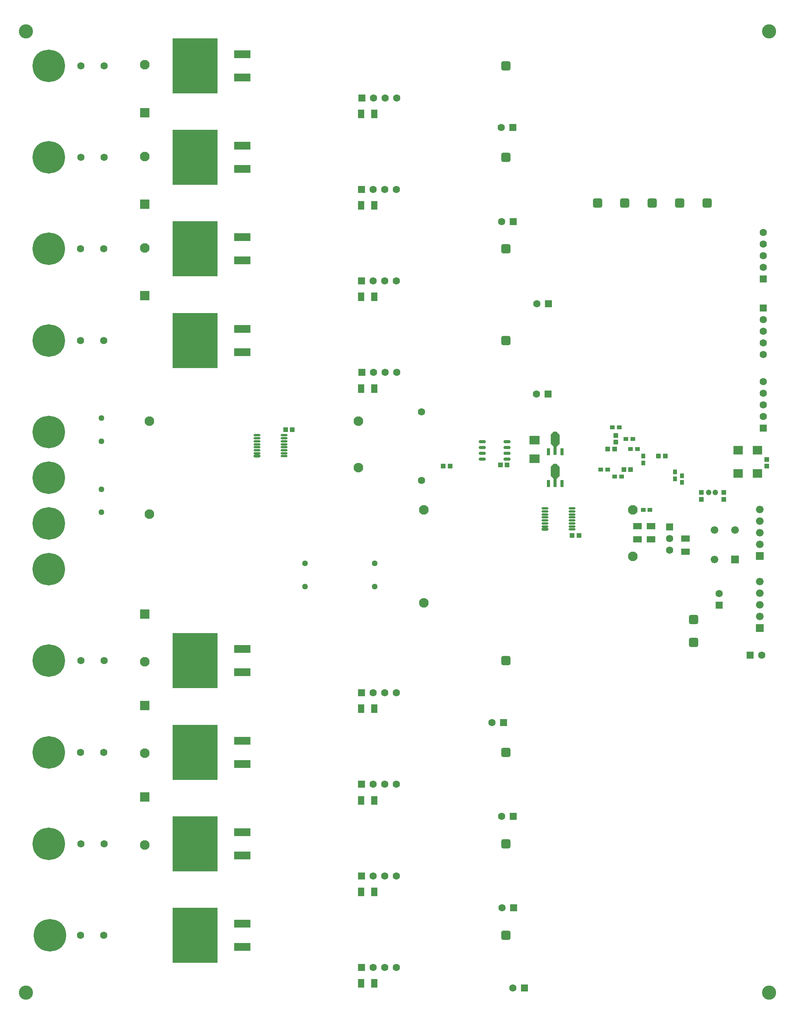
<source format=gbs>
G04 Layer_Color=16711935*
%FSAX24Y24*%
%MOIN*%
G70*
G01*
G75*
%ADD59R,0.0375X0.0394*%
%ADD60R,0.0394X0.0375*%
%ADD61R,0.3879X0.4764*%
%ADD62R,0.1418X0.0670*%
%ADD63R,0.0414X0.0414*%
%ADD64R,0.0414X0.0414*%
%ADD67R,0.0532X0.0729*%
%ADD68O,0.0611X0.0276*%
%ADD72R,0.0729X0.0532*%
G04:AMPARAMS|DCode=76|XSize=82.7mil|YSize=82.7mil|CornerRadius=21.7mil|HoleSize=0mil|Usage=FLASHONLY|Rotation=0.000|XOffset=0mil|YOffset=0mil|HoleType=Round|Shape=RoundedRectangle|*
%AMROUNDEDRECTD76*
21,1,0.0827,0.0394,0,0,0.0*
21,1,0.0394,0.0827,0,0,0.0*
1,1,0.0434,0.0197,-0.0197*
1,1,0.0434,-0.0197,-0.0197*
1,1,0.0434,-0.0197,0.0197*
1,1,0.0434,0.0197,0.0197*
%
%ADD76ROUNDEDRECTD76*%
G04:AMPARAMS|DCode=77|XSize=82.7mil|YSize=82.7mil|CornerRadius=21.7mil|HoleSize=0mil|Usage=FLASHONLY|Rotation=90.000|XOffset=0mil|YOffset=0mil|HoleType=Round|Shape=RoundedRectangle|*
%AMROUNDEDRECTD77*
21,1,0.0827,0.0394,0,0,90.0*
21,1,0.0394,0.0827,0,0,90.0*
1,1,0.0434,0.0197,0.0197*
1,1,0.0434,0.0197,-0.0197*
1,1,0.0434,-0.0197,-0.0197*
1,1,0.0434,-0.0197,0.0197*
%
%ADD77ROUNDEDRECTD77*%
%ADD78C,0.0660*%
%ADD79R,0.0660X0.0660*%
%ADD80R,0.0827X0.0827*%
%ADD81C,0.0827*%
%ADD82C,0.0512*%
%ADD83C,0.0631*%
%ADD84C,0.0489*%
%ADD85R,0.0631X0.0631*%
%ADD86R,0.0631X0.0631*%
%ADD87C,0.2796*%
%ADD88C,0.1221*%
%ADD89O,0.0631X0.0237*%
%ADD90O,0.0591X0.0197*%
%ADD91R,0.0276X0.0591*%
%ADD92R,0.0276X0.0749*%
%ADD93R,0.0827X0.0749*%
%ADD94R,0.0890X0.0740*%
G36*
X277976Y221673D02*
X277980Y221672D01*
X277984Y221670D01*
X277987Y221668D01*
X278243Y221412D01*
X278245Y221409D01*
X278247Y221405D01*
X278248Y221402D01*
X278248Y221398D01*
Y220650D01*
X278248Y220646D01*
X278247Y220642D01*
X278245Y220638D01*
X278243Y220635D01*
X277987Y220379D01*
X277984Y220377D01*
X277980Y220375D01*
X277976Y220374D01*
X277972Y220374D01*
X277736D01*
X277732Y220374D01*
X277729Y220375D01*
X277725Y220377D01*
X277722Y220379D01*
X277466Y220635D01*
X277464Y220638D01*
X277462Y220642D01*
X277461Y220646D01*
X277460Y220650D01*
Y221398D01*
X277461Y221402D01*
X277462Y221405D01*
X277464Y221409D01*
X277466Y221412D01*
X277722Y221668D01*
X277725Y221670D01*
X277729Y221672D01*
X277732Y221673D01*
X277736Y221674D01*
X277972D01*
X277976Y221673D01*
D02*
G37*
G36*
Y224429D02*
X277980Y224428D01*
X277984Y224426D01*
X277987Y224424D01*
X278243Y224168D01*
X278245Y224165D01*
X278247Y224161D01*
X278248Y224157D01*
X278248Y224154D01*
Y223406D01*
X278248Y223402D01*
X278247Y223398D01*
X278245Y223394D01*
X278243Y223391D01*
X277987Y223135D01*
X277984Y223133D01*
X277980Y223131D01*
X277976Y223130D01*
X277972Y223130D01*
X277736D01*
X277732Y223130D01*
X277729Y223131D01*
X277725Y223133D01*
X277722Y223135D01*
X277466Y223391D01*
X277464Y223394D01*
X277462Y223398D01*
X277461Y223402D01*
X277460Y223406D01*
Y224154D01*
X277461Y224157D01*
X277462Y224161D01*
X277464Y224165D01*
X277466Y224168D01*
X277722Y224424D01*
X277725Y224426D01*
X277729Y224428D01*
X277732Y224429D01*
X277736Y224430D01*
X277972D01*
X277976Y224429D01*
D02*
G37*
D59*
X285433Y222343D02*
D03*
Y221752D02*
D03*
X288189Y220374D02*
D03*
Y220965D02*
D03*
X288780Y220059D02*
D03*
Y220650D02*
D03*
D60*
X281791Y221161D02*
D03*
X282382D02*
D03*
X284350Y222933D02*
D03*
X284941D02*
D03*
X282776Y224803D02*
D03*
X283366D02*
D03*
X283957Y223819D02*
D03*
X284547D02*
D03*
X286024Y217717D02*
D03*
X285433D02*
D03*
X282972Y220571D02*
D03*
X283563D02*
D03*
D61*
X246850Y204724D02*
D03*
Y181102D02*
D03*
Y188976D02*
D03*
Y196850D02*
D03*
Y255906D02*
D03*
Y232283D02*
D03*
Y240157D02*
D03*
Y248032D02*
D03*
D62*
X250896Y203724D02*
D03*
Y205724D02*
D03*
Y182102D02*
D03*
Y180102D02*
D03*
Y187976D02*
D03*
Y189976D02*
D03*
Y197850D02*
D03*
Y195850D02*
D03*
Y254906D02*
D03*
Y256906D02*
D03*
Y233283D02*
D03*
Y231283D02*
D03*
Y239157D02*
D03*
Y241157D02*
D03*
Y249032D02*
D03*
Y247031D02*
D03*
D63*
X283071Y224114D02*
D03*
Y223524D02*
D03*
X292362Y219193D02*
D03*
Y218602D02*
D03*
X290433Y219193D02*
D03*
Y218602D02*
D03*
X296063Y221457D02*
D03*
Y222047D02*
D03*
D64*
X273720Y221575D02*
D03*
X273130D02*
D03*
X287343Y222323D02*
D03*
X286752D02*
D03*
X284350Y221161D02*
D03*
X283760D02*
D03*
X282972Y222933D02*
D03*
X282382D02*
D03*
X255217Y224606D02*
D03*
X254626D02*
D03*
X268799Y221457D02*
D03*
X268209D02*
D03*
X279311Y215512D02*
D03*
X279902D02*
D03*
D67*
X261152Y228150D02*
D03*
X262274D02*
D03*
X261152Y251772D02*
D03*
X262274D02*
D03*
X261152Y243898D02*
D03*
X262274D02*
D03*
X261152Y236024D02*
D03*
X262274D02*
D03*
X261152Y200591D02*
D03*
X262274D02*
D03*
X261152Y184843D02*
D03*
X262274D02*
D03*
X261152Y192717D02*
D03*
X262274D02*
D03*
X261152Y176968D02*
D03*
X262274D02*
D03*
D68*
X271565Y222085D02*
D03*
Y222585D02*
D03*
Y223085D02*
D03*
Y223585D02*
D03*
X273711Y222085D02*
D03*
Y222585D02*
D03*
Y223085D02*
D03*
Y223585D02*
D03*
D72*
X284941Y215187D02*
D03*
Y216309D02*
D03*
X286122Y215187D02*
D03*
Y216309D02*
D03*
X289075Y215226D02*
D03*
Y214104D02*
D03*
D76*
X289764Y208268D02*
D03*
Y206299D02*
D03*
X281496Y244094D02*
D03*
X290945D02*
D03*
X288583D02*
D03*
X286220D02*
D03*
X283858D02*
D03*
D77*
X273622Y204724D02*
D03*
Y181102D02*
D03*
Y188976D02*
D03*
Y196850D02*
D03*
Y255906D02*
D03*
Y232283D02*
D03*
Y240157D02*
D03*
Y248032D02*
D03*
D78*
X291576Y215985D02*
D03*
X293346D02*
D03*
X291576Y213425D02*
D03*
X295472Y209528D02*
D03*
Y210528D02*
D03*
Y211528D02*
D03*
Y208528D02*
D03*
Y215748D02*
D03*
Y216748D02*
D03*
Y217748D02*
D03*
Y214748D02*
D03*
D79*
X293346Y213425D02*
D03*
X295472Y207528D02*
D03*
Y213748D02*
D03*
D80*
X242520Y236130D02*
D03*
Y193004D02*
D03*
Y251878D02*
D03*
Y208752D02*
D03*
Y244004D02*
D03*
Y200878D02*
D03*
D81*
Y240248D02*
D03*
Y188886D02*
D03*
Y255996D02*
D03*
Y204634D02*
D03*
Y248122D02*
D03*
Y196760D02*
D03*
X242913Y217323D02*
D03*
X260913Y221323D02*
D03*
X242913Y225323D02*
D03*
X260913D02*
D03*
X284535Y217717D02*
D03*
X266535D02*
D03*
X284535Y213717D02*
D03*
X266535Y209717D02*
D03*
D82*
X262303Y213091D02*
D03*
Y211122D02*
D03*
X238780Y223622D02*
D03*
Y225591D02*
D03*
X256299Y211122D02*
D03*
Y213091D02*
D03*
X238780Y217520D02*
D03*
Y219488D02*
D03*
D83*
X236976Y181102D02*
D03*
X238976D02*
D03*
X236976Y196850D02*
D03*
X238976D02*
D03*
X236976Y232283D02*
D03*
X238976D02*
D03*
X237008Y248032D02*
D03*
X239008D02*
D03*
X237008Y188976D02*
D03*
X239008D02*
D03*
X237008Y204724D02*
D03*
X239008D02*
D03*
X236976Y240157D02*
D03*
X238976D02*
D03*
X237008Y255906D02*
D03*
X239008D02*
D03*
X266339Y226142D02*
D03*
Y220236D02*
D03*
X287697Y215240D02*
D03*
Y214240D02*
D03*
X262189Y201968D02*
D03*
X263189D02*
D03*
X264189D02*
D03*
Y178346D02*
D03*
X263189D02*
D03*
X262189D02*
D03*
Y186220D02*
D03*
X263189D02*
D03*
X264189D02*
D03*
Y194094D02*
D03*
X263189D02*
D03*
X262189D02*
D03*
X262220Y253150D02*
D03*
X263220D02*
D03*
X264220D02*
D03*
X264205Y229528D02*
D03*
X263205D02*
D03*
X262205D02*
D03*
X262189Y237402D02*
D03*
X263189D02*
D03*
X264189D02*
D03*
Y245276D02*
D03*
X263189D02*
D03*
X262189D02*
D03*
X295646Y205197D02*
D03*
X291968Y210512D02*
D03*
X273228Y242520D02*
D03*
Y191339D02*
D03*
X276283Y235433D02*
D03*
X273268Y183465D02*
D03*
X276244Y227677D02*
D03*
X274197Y176575D02*
D03*
X273213Y250591D02*
D03*
X272425Y199409D02*
D03*
X295768Y228740D02*
D03*
Y227740D02*
D03*
Y226740D02*
D03*
Y225740D02*
D03*
Y238567D02*
D03*
Y239567D02*
D03*
Y240567D02*
D03*
Y241567D02*
D03*
Y231071D02*
D03*
Y232071D02*
D03*
Y233071D02*
D03*
Y234071D02*
D03*
D84*
X291092Y219193D02*
D03*
X291642D02*
D03*
D85*
X287697Y216240D02*
D03*
X291968Y209512D02*
D03*
X295768Y224740D02*
D03*
Y237567D02*
D03*
Y235071D02*
D03*
D86*
X261189Y201968D02*
D03*
Y178346D02*
D03*
Y186220D02*
D03*
Y194094D02*
D03*
X261220Y253150D02*
D03*
X261205Y229528D02*
D03*
X261189Y237402D02*
D03*
Y245276D02*
D03*
X294646Y205197D02*
D03*
X274228Y242520D02*
D03*
Y191339D02*
D03*
X277283Y235433D02*
D03*
X274268Y183465D02*
D03*
X277244Y227677D02*
D03*
X275197Y176575D02*
D03*
X274213Y250591D02*
D03*
X273425Y199409D02*
D03*
D87*
X234331Y181102D02*
D03*
X234252Y216535D02*
D03*
Y232283D02*
D03*
Y196850D02*
D03*
Y212598D02*
D03*
Y248032D02*
D03*
Y188976D02*
D03*
Y224409D02*
D03*
Y240157D02*
D03*
Y204724D02*
D03*
Y220472D02*
D03*
Y255906D02*
D03*
D88*
X232283Y258858D02*
D03*
X296260D02*
D03*
Y176181D02*
D03*
X232283D02*
D03*
D89*
X252185Y222333D02*
D03*
X276988Y216033D02*
D03*
D90*
X252185Y222589D02*
D03*
Y222844D02*
D03*
Y223100D02*
D03*
Y223356D02*
D03*
Y223612D02*
D03*
Y223868D02*
D03*
Y224124D02*
D03*
X254508Y222333D02*
D03*
Y222589D02*
D03*
Y222844D02*
D03*
Y223100D02*
D03*
Y223356D02*
D03*
Y223612D02*
D03*
Y223868D02*
D03*
Y224124D02*
D03*
X276988Y216289D02*
D03*
Y216545D02*
D03*
Y216801D02*
D03*
Y217057D02*
D03*
Y217313D02*
D03*
Y217569D02*
D03*
Y217825D02*
D03*
X279311Y216033D02*
D03*
Y216289D02*
D03*
Y216545D02*
D03*
Y216801D02*
D03*
Y217057D02*
D03*
Y217313D02*
D03*
Y217569D02*
D03*
Y217825D02*
D03*
D91*
X277264Y222717D02*
D03*
X278445D02*
D03*
X277264Y219961D02*
D03*
X278445D02*
D03*
D92*
X277854Y222795D02*
D03*
Y220039D02*
D03*
D93*
X295276Y222835D02*
D03*
Y220835D02*
D03*
X293622D02*
D03*
Y222835D02*
D03*
D94*
X276063Y223713D02*
D03*
Y222113D02*
D03*
M02*

</source>
